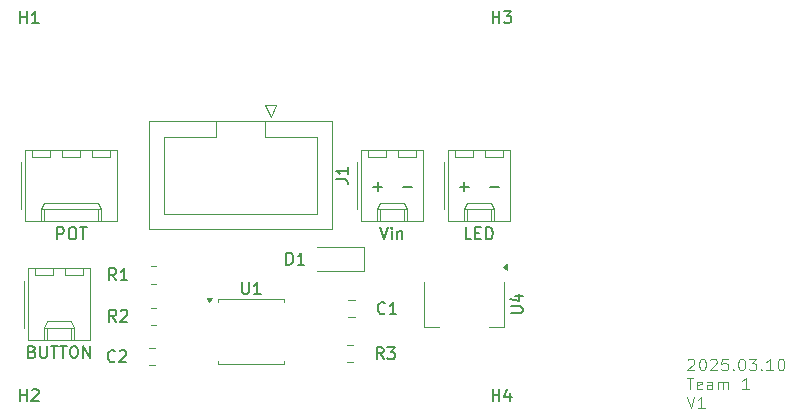
<source format=gbr>
%TF.GenerationSoftware,KiCad,Pcbnew,9.0.0*%
%TF.CreationDate,2025-03-10T19:20:38+08:00*%
%TF.ProjectId,xk9_miniencabulator,786b395f-6d69-46e6-9965-6e636162756c,rev?*%
%TF.SameCoordinates,Original*%
%TF.FileFunction,Legend,Top*%
%TF.FilePolarity,Positive*%
%FSLAX46Y46*%
G04 Gerber Fmt 4.6, Leading zero omitted, Abs format (unit mm)*
G04 Created by KiCad (PCBNEW 9.0.0) date 2025-03-10 19:20:38*
%MOMM*%
%LPD*%
G01*
G04 APERTURE LIST*
%ADD10C,0.100000*%
%ADD11C,0.150000*%
%ADD12C,0.120000*%
G04 APERTURE END LIST*
D10*
X134256265Y-63247769D02*
X134303884Y-63200150D01*
X134303884Y-63200150D02*
X134399122Y-63152531D01*
X134399122Y-63152531D02*
X134637217Y-63152531D01*
X134637217Y-63152531D02*
X134732455Y-63200150D01*
X134732455Y-63200150D02*
X134780074Y-63247769D01*
X134780074Y-63247769D02*
X134827693Y-63343007D01*
X134827693Y-63343007D02*
X134827693Y-63438245D01*
X134827693Y-63438245D02*
X134780074Y-63581102D01*
X134780074Y-63581102D02*
X134208646Y-64152531D01*
X134208646Y-64152531D02*
X134827693Y-64152531D01*
X135446741Y-63152531D02*
X135541979Y-63152531D01*
X135541979Y-63152531D02*
X135637217Y-63200150D01*
X135637217Y-63200150D02*
X135684836Y-63247769D01*
X135684836Y-63247769D02*
X135732455Y-63343007D01*
X135732455Y-63343007D02*
X135780074Y-63533483D01*
X135780074Y-63533483D02*
X135780074Y-63771578D01*
X135780074Y-63771578D02*
X135732455Y-63962054D01*
X135732455Y-63962054D02*
X135684836Y-64057292D01*
X135684836Y-64057292D02*
X135637217Y-64104912D01*
X135637217Y-64104912D02*
X135541979Y-64152531D01*
X135541979Y-64152531D02*
X135446741Y-64152531D01*
X135446741Y-64152531D02*
X135351503Y-64104912D01*
X135351503Y-64104912D02*
X135303884Y-64057292D01*
X135303884Y-64057292D02*
X135256265Y-63962054D01*
X135256265Y-63962054D02*
X135208646Y-63771578D01*
X135208646Y-63771578D02*
X135208646Y-63533483D01*
X135208646Y-63533483D02*
X135256265Y-63343007D01*
X135256265Y-63343007D02*
X135303884Y-63247769D01*
X135303884Y-63247769D02*
X135351503Y-63200150D01*
X135351503Y-63200150D02*
X135446741Y-63152531D01*
X136161027Y-63247769D02*
X136208646Y-63200150D01*
X136208646Y-63200150D02*
X136303884Y-63152531D01*
X136303884Y-63152531D02*
X136541979Y-63152531D01*
X136541979Y-63152531D02*
X136637217Y-63200150D01*
X136637217Y-63200150D02*
X136684836Y-63247769D01*
X136684836Y-63247769D02*
X136732455Y-63343007D01*
X136732455Y-63343007D02*
X136732455Y-63438245D01*
X136732455Y-63438245D02*
X136684836Y-63581102D01*
X136684836Y-63581102D02*
X136113408Y-64152531D01*
X136113408Y-64152531D02*
X136732455Y-64152531D01*
X137637217Y-63152531D02*
X137161027Y-63152531D01*
X137161027Y-63152531D02*
X137113408Y-63628721D01*
X137113408Y-63628721D02*
X137161027Y-63581102D01*
X137161027Y-63581102D02*
X137256265Y-63533483D01*
X137256265Y-63533483D02*
X137494360Y-63533483D01*
X137494360Y-63533483D02*
X137589598Y-63581102D01*
X137589598Y-63581102D02*
X137637217Y-63628721D01*
X137637217Y-63628721D02*
X137684836Y-63723959D01*
X137684836Y-63723959D02*
X137684836Y-63962054D01*
X137684836Y-63962054D02*
X137637217Y-64057292D01*
X137637217Y-64057292D02*
X137589598Y-64104912D01*
X137589598Y-64104912D02*
X137494360Y-64152531D01*
X137494360Y-64152531D02*
X137256265Y-64152531D01*
X137256265Y-64152531D02*
X137161027Y-64104912D01*
X137161027Y-64104912D02*
X137113408Y-64057292D01*
X138113408Y-64057292D02*
X138161027Y-64104912D01*
X138161027Y-64104912D02*
X138113408Y-64152531D01*
X138113408Y-64152531D02*
X138065789Y-64104912D01*
X138065789Y-64104912D02*
X138113408Y-64057292D01*
X138113408Y-64057292D02*
X138113408Y-64152531D01*
X138780074Y-63152531D02*
X138875312Y-63152531D01*
X138875312Y-63152531D02*
X138970550Y-63200150D01*
X138970550Y-63200150D02*
X139018169Y-63247769D01*
X139018169Y-63247769D02*
X139065788Y-63343007D01*
X139065788Y-63343007D02*
X139113407Y-63533483D01*
X139113407Y-63533483D02*
X139113407Y-63771578D01*
X139113407Y-63771578D02*
X139065788Y-63962054D01*
X139065788Y-63962054D02*
X139018169Y-64057292D01*
X139018169Y-64057292D02*
X138970550Y-64104912D01*
X138970550Y-64104912D02*
X138875312Y-64152531D01*
X138875312Y-64152531D02*
X138780074Y-64152531D01*
X138780074Y-64152531D02*
X138684836Y-64104912D01*
X138684836Y-64104912D02*
X138637217Y-64057292D01*
X138637217Y-64057292D02*
X138589598Y-63962054D01*
X138589598Y-63962054D02*
X138541979Y-63771578D01*
X138541979Y-63771578D02*
X138541979Y-63533483D01*
X138541979Y-63533483D02*
X138589598Y-63343007D01*
X138589598Y-63343007D02*
X138637217Y-63247769D01*
X138637217Y-63247769D02*
X138684836Y-63200150D01*
X138684836Y-63200150D02*
X138780074Y-63152531D01*
X139446741Y-63152531D02*
X140065788Y-63152531D01*
X140065788Y-63152531D02*
X139732455Y-63533483D01*
X139732455Y-63533483D02*
X139875312Y-63533483D01*
X139875312Y-63533483D02*
X139970550Y-63581102D01*
X139970550Y-63581102D02*
X140018169Y-63628721D01*
X140018169Y-63628721D02*
X140065788Y-63723959D01*
X140065788Y-63723959D02*
X140065788Y-63962054D01*
X140065788Y-63962054D02*
X140018169Y-64057292D01*
X140018169Y-64057292D02*
X139970550Y-64104912D01*
X139970550Y-64104912D02*
X139875312Y-64152531D01*
X139875312Y-64152531D02*
X139589598Y-64152531D01*
X139589598Y-64152531D02*
X139494360Y-64104912D01*
X139494360Y-64104912D02*
X139446741Y-64057292D01*
X140494360Y-64057292D02*
X140541979Y-64104912D01*
X140541979Y-64104912D02*
X140494360Y-64152531D01*
X140494360Y-64152531D02*
X140446741Y-64104912D01*
X140446741Y-64104912D02*
X140494360Y-64057292D01*
X140494360Y-64057292D02*
X140494360Y-64152531D01*
X141494359Y-64152531D02*
X140922931Y-64152531D01*
X141208645Y-64152531D02*
X141208645Y-63152531D01*
X141208645Y-63152531D02*
X141113407Y-63295388D01*
X141113407Y-63295388D02*
X141018169Y-63390626D01*
X141018169Y-63390626D02*
X140922931Y-63438245D01*
X142113407Y-63152531D02*
X142208645Y-63152531D01*
X142208645Y-63152531D02*
X142303883Y-63200150D01*
X142303883Y-63200150D02*
X142351502Y-63247769D01*
X142351502Y-63247769D02*
X142399121Y-63343007D01*
X142399121Y-63343007D02*
X142446740Y-63533483D01*
X142446740Y-63533483D02*
X142446740Y-63771578D01*
X142446740Y-63771578D02*
X142399121Y-63962054D01*
X142399121Y-63962054D02*
X142351502Y-64057292D01*
X142351502Y-64057292D02*
X142303883Y-64104912D01*
X142303883Y-64104912D02*
X142208645Y-64152531D01*
X142208645Y-64152531D02*
X142113407Y-64152531D01*
X142113407Y-64152531D02*
X142018169Y-64104912D01*
X142018169Y-64104912D02*
X141970550Y-64057292D01*
X141970550Y-64057292D02*
X141922931Y-63962054D01*
X141922931Y-63962054D02*
X141875312Y-63771578D01*
X141875312Y-63771578D02*
X141875312Y-63533483D01*
X141875312Y-63533483D02*
X141922931Y-63343007D01*
X141922931Y-63343007D02*
X141970550Y-63247769D01*
X141970550Y-63247769D02*
X142018169Y-63200150D01*
X142018169Y-63200150D02*
X142113407Y-63152531D01*
X134161027Y-64762475D02*
X134732455Y-64762475D01*
X134446741Y-65762475D02*
X134446741Y-64762475D01*
X135446741Y-65714856D02*
X135351503Y-65762475D01*
X135351503Y-65762475D02*
X135161027Y-65762475D01*
X135161027Y-65762475D02*
X135065789Y-65714856D01*
X135065789Y-65714856D02*
X135018170Y-65619617D01*
X135018170Y-65619617D02*
X135018170Y-65238665D01*
X135018170Y-65238665D02*
X135065789Y-65143427D01*
X135065789Y-65143427D02*
X135161027Y-65095808D01*
X135161027Y-65095808D02*
X135351503Y-65095808D01*
X135351503Y-65095808D02*
X135446741Y-65143427D01*
X135446741Y-65143427D02*
X135494360Y-65238665D01*
X135494360Y-65238665D02*
X135494360Y-65333903D01*
X135494360Y-65333903D02*
X135018170Y-65429141D01*
X136351503Y-65762475D02*
X136351503Y-65238665D01*
X136351503Y-65238665D02*
X136303884Y-65143427D01*
X136303884Y-65143427D02*
X136208646Y-65095808D01*
X136208646Y-65095808D02*
X136018170Y-65095808D01*
X136018170Y-65095808D02*
X135922932Y-65143427D01*
X136351503Y-65714856D02*
X136256265Y-65762475D01*
X136256265Y-65762475D02*
X136018170Y-65762475D01*
X136018170Y-65762475D02*
X135922932Y-65714856D01*
X135922932Y-65714856D02*
X135875313Y-65619617D01*
X135875313Y-65619617D02*
X135875313Y-65524379D01*
X135875313Y-65524379D02*
X135922932Y-65429141D01*
X135922932Y-65429141D02*
X136018170Y-65381522D01*
X136018170Y-65381522D02*
X136256265Y-65381522D01*
X136256265Y-65381522D02*
X136351503Y-65333903D01*
X136827694Y-65762475D02*
X136827694Y-65095808D01*
X136827694Y-65191046D02*
X136875313Y-65143427D01*
X136875313Y-65143427D02*
X136970551Y-65095808D01*
X136970551Y-65095808D02*
X137113408Y-65095808D01*
X137113408Y-65095808D02*
X137208646Y-65143427D01*
X137208646Y-65143427D02*
X137256265Y-65238665D01*
X137256265Y-65238665D02*
X137256265Y-65762475D01*
X137256265Y-65238665D02*
X137303884Y-65143427D01*
X137303884Y-65143427D02*
X137399122Y-65095808D01*
X137399122Y-65095808D02*
X137541979Y-65095808D01*
X137541979Y-65095808D02*
X137637218Y-65143427D01*
X137637218Y-65143427D02*
X137684837Y-65238665D01*
X137684837Y-65238665D02*
X137684837Y-65762475D01*
X139446741Y-65762475D02*
X138875313Y-65762475D01*
X139161027Y-65762475D02*
X139161027Y-64762475D01*
X139161027Y-64762475D02*
X139065789Y-64905332D01*
X139065789Y-64905332D02*
X138970551Y-65000570D01*
X138970551Y-65000570D02*
X138875313Y-65048189D01*
X134161027Y-66372419D02*
X134494360Y-67372419D01*
X134494360Y-67372419D02*
X134827693Y-66372419D01*
X135684836Y-67372419D02*
X135113408Y-67372419D01*
X135399122Y-67372419D02*
X135399122Y-66372419D01*
X135399122Y-66372419D02*
X135303884Y-66515276D01*
X135303884Y-66515276D02*
X135208646Y-66610514D01*
X135208646Y-66610514D02*
X135113408Y-66658133D01*
D11*
X104487819Y-47958333D02*
X105202104Y-47958333D01*
X105202104Y-47958333D02*
X105344961Y-48005952D01*
X105344961Y-48005952D02*
X105440200Y-48101190D01*
X105440200Y-48101190D02*
X105487819Y-48244047D01*
X105487819Y-48244047D02*
X105487819Y-48339285D01*
X105487819Y-46958333D02*
X105487819Y-47529761D01*
X105487819Y-47244047D02*
X104487819Y-47244047D01*
X104487819Y-47244047D02*
X104630676Y-47339285D01*
X104630676Y-47339285D02*
X104725914Y-47434523D01*
X104725914Y-47434523D02*
X104773533Y-47529761D01*
X119270819Y-59308904D02*
X120080342Y-59308904D01*
X120080342Y-59308904D02*
X120175580Y-59261285D01*
X120175580Y-59261285D02*
X120223200Y-59213666D01*
X120223200Y-59213666D02*
X120270819Y-59118428D01*
X120270819Y-59118428D02*
X120270819Y-58927952D01*
X120270819Y-58927952D02*
X120223200Y-58832714D01*
X120223200Y-58832714D02*
X120175580Y-58785095D01*
X120175580Y-58785095D02*
X120080342Y-58737476D01*
X120080342Y-58737476D02*
X119270819Y-58737476D01*
X119604152Y-57832714D02*
X120270819Y-57832714D01*
X119223200Y-58070809D02*
X119937485Y-58308904D01*
X119937485Y-58308904D02*
X119937485Y-57689857D01*
X78764095Y-62558009D02*
X78906952Y-62605628D01*
X78906952Y-62605628D02*
X78954571Y-62653247D01*
X78954571Y-62653247D02*
X79002190Y-62748485D01*
X79002190Y-62748485D02*
X79002190Y-62891342D01*
X79002190Y-62891342D02*
X78954571Y-62986580D01*
X78954571Y-62986580D02*
X78906952Y-63034200D01*
X78906952Y-63034200D02*
X78811714Y-63081819D01*
X78811714Y-63081819D02*
X78430762Y-63081819D01*
X78430762Y-63081819D02*
X78430762Y-62081819D01*
X78430762Y-62081819D02*
X78764095Y-62081819D01*
X78764095Y-62081819D02*
X78859333Y-62129438D01*
X78859333Y-62129438D02*
X78906952Y-62177057D01*
X78906952Y-62177057D02*
X78954571Y-62272295D01*
X78954571Y-62272295D02*
X78954571Y-62367533D01*
X78954571Y-62367533D02*
X78906952Y-62462771D01*
X78906952Y-62462771D02*
X78859333Y-62510390D01*
X78859333Y-62510390D02*
X78764095Y-62558009D01*
X78764095Y-62558009D02*
X78430762Y-62558009D01*
X79430762Y-62081819D02*
X79430762Y-62891342D01*
X79430762Y-62891342D02*
X79478381Y-62986580D01*
X79478381Y-62986580D02*
X79526000Y-63034200D01*
X79526000Y-63034200D02*
X79621238Y-63081819D01*
X79621238Y-63081819D02*
X79811714Y-63081819D01*
X79811714Y-63081819D02*
X79906952Y-63034200D01*
X79906952Y-63034200D02*
X79954571Y-62986580D01*
X79954571Y-62986580D02*
X80002190Y-62891342D01*
X80002190Y-62891342D02*
X80002190Y-62081819D01*
X80335524Y-62081819D02*
X80906952Y-62081819D01*
X80621238Y-63081819D02*
X80621238Y-62081819D01*
X81097429Y-62081819D02*
X81668857Y-62081819D01*
X81383143Y-63081819D02*
X81383143Y-62081819D01*
X82192667Y-62081819D02*
X82383143Y-62081819D01*
X82383143Y-62081819D02*
X82478381Y-62129438D01*
X82478381Y-62129438D02*
X82573619Y-62224676D01*
X82573619Y-62224676D02*
X82621238Y-62415152D01*
X82621238Y-62415152D02*
X82621238Y-62748485D01*
X82621238Y-62748485D02*
X82573619Y-62938961D01*
X82573619Y-62938961D02*
X82478381Y-63034200D01*
X82478381Y-63034200D02*
X82383143Y-63081819D01*
X82383143Y-63081819D02*
X82192667Y-63081819D01*
X82192667Y-63081819D02*
X82097429Y-63034200D01*
X82097429Y-63034200D02*
X82002191Y-62938961D01*
X82002191Y-62938961D02*
X81954572Y-62748485D01*
X81954572Y-62748485D02*
X81954572Y-62415152D01*
X81954572Y-62415152D02*
X82002191Y-62224676D01*
X82002191Y-62224676D02*
X82097429Y-62129438D01*
X82097429Y-62129438D02*
X82192667Y-62081819D01*
X83049810Y-63081819D02*
X83049810Y-62081819D01*
X83049810Y-62081819D02*
X83621238Y-63081819D01*
X83621238Y-63081819D02*
X83621238Y-62081819D01*
X80875333Y-53048819D02*
X80875333Y-52048819D01*
X80875333Y-52048819D02*
X81256285Y-52048819D01*
X81256285Y-52048819D02*
X81351523Y-52096438D01*
X81351523Y-52096438D02*
X81399142Y-52144057D01*
X81399142Y-52144057D02*
X81446761Y-52239295D01*
X81446761Y-52239295D02*
X81446761Y-52382152D01*
X81446761Y-52382152D02*
X81399142Y-52477390D01*
X81399142Y-52477390D02*
X81351523Y-52525009D01*
X81351523Y-52525009D02*
X81256285Y-52572628D01*
X81256285Y-52572628D02*
X80875333Y-52572628D01*
X82065809Y-52048819D02*
X82256285Y-52048819D01*
X82256285Y-52048819D02*
X82351523Y-52096438D01*
X82351523Y-52096438D02*
X82446761Y-52191676D01*
X82446761Y-52191676D02*
X82494380Y-52382152D01*
X82494380Y-52382152D02*
X82494380Y-52715485D01*
X82494380Y-52715485D02*
X82446761Y-52905961D01*
X82446761Y-52905961D02*
X82351523Y-53001200D01*
X82351523Y-53001200D02*
X82256285Y-53048819D01*
X82256285Y-53048819D02*
X82065809Y-53048819D01*
X82065809Y-53048819D02*
X81970571Y-53001200D01*
X81970571Y-53001200D02*
X81875333Y-52905961D01*
X81875333Y-52905961D02*
X81827714Y-52715485D01*
X81827714Y-52715485D02*
X81827714Y-52382152D01*
X81827714Y-52382152D02*
X81875333Y-52191676D01*
X81875333Y-52191676D02*
X81970571Y-52096438D01*
X81970571Y-52096438D02*
X82065809Y-52048819D01*
X82780095Y-52048819D02*
X83351523Y-52048819D01*
X83065809Y-53048819D02*
X83065809Y-52048819D01*
X115943142Y-53048819D02*
X115466952Y-53048819D01*
X115466952Y-53048819D02*
X115466952Y-52048819D01*
X116276476Y-52525009D02*
X116609809Y-52525009D01*
X116752666Y-53048819D02*
X116276476Y-53048819D01*
X116276476Y-53048819D02*
X116276476Y-52048819D01*
X116276476Y-52048819D02*
X116752666Y-52048819D01*
X117181238Y-53048819D02*
X117181238Y-52048819D01*
X117181238Y-52048819D02*
X117419333Y-52048819D01*
X117419333Y-52048819D02*
X117562190Y-52096438D01*
X117562190Y-52096438D02*
X117657428Y-52191676D01*
X117657428Y-52191676D02*
X117705047Y-52286914D01*
X117705047Y-52286914D02*
X117752666Y-52477390D01*
X117752666Y-52477390D02*
X117752666Y-52620247D01*
X117752666Y-52620247D02*
X117705047Y-52810723D01*
X117705047Y-52810723D02*
X117657428Y-52905961D01*
X117657428Y-52905961D02*
X117562190Y-53001200D01*
X117562190Y-53001200D02*
X117419333Y-53048819D01*
X117419333Y-53048819D02*
X117181238Y-53048819D01*
X114935048Y-48587866D02*
X115696953Y-48587866D01*
X115316000Y-48968819D02*
X115316000Y-48206914D01*
X117475048Y-48587866D02*
X118236953Y-48587866D01*
X117729095Y-34735819D02*
X117729095Y-33735819D01*
X117729095Y-34212009D02*
X118300523Y-34212009D01*
X118300523Y-34735819D02*
X118300523Y-33735819D01*
X118681476Y-33735819D02*
X119300523Y-33735819D01*
X119300523Y-33735819D02*
X118967190Y-34116771D01*
X118967190Y-34116771D02*
X119110047Y-34116771D01*
X119110047Y-34116771D02*
X119205285Y-34164390D01*
X119205285Y-34164390D02*
X119252904Y-34212009D01*
X119252904Y-34212009D02*
X119300523Y-34307247D01*
X119300523Y-34307247D02*
X119300523Y-34545342D01*
X119300523Y-34545342D02*
X119252904Y-34640580D01*
X119252904Y-34640580D02*
X119205285Y-34688200D01*
X119205285Y-34688200D02*
X119110047Y-34735819D01*
X119110047Y-34735819D02*
X118824333Y-34735819D01*
X118824333Y-34735819D02*
X118729095Y-34688200D01*
X118729095Y-34688200D02*
X118681476Y-34640580D01*
X85764833Y-63351580D02*
X85717214Y-63399200D01*
X85717214Y-63399200D02*
X85574357Y-63446819D01*
X85574357Y-63446819D02*
X85479119Y-63446819D01*
X85479119Y-63446819D02*
X85336262Y-63399200D01*
X85336262Y-63399200D02*
X85241024Y-63303961D01*
X85241024Y-63303961D02*
X85193405Y-63208723D01*
X85193405Y-63208723D02*
X85145786Y-63018247D01*
X85145786Y-63018247D02*
X85145786Y-62875390D01*
X85145786Y-62875390D02*
X85193405Y-62684914D01*
X85193405Y-62684914D02*
X85241024Y-62589676D01*
X85241024Y-62589676D02*
X85336262Y-62494438D01*
X85336262Y-62494438D02*
X85479119Y-62446819D01*
X85479119Y-62446819D02*
X85574357Y-62446819D01*
X85574357Y-62446819D02*
X85717214Y-62494438D01*
X85717214Y-62494438D02*
X85764833Y-62542057D01*
X86145786Y-62542057D02*
X86193405Y-62494438D01*
X86193405Y-62494438D02*
X86288643Y-62446819D01*
X86288643Y-62446819D02*
X86526738Y-62446819D01*
X86526738Y-62446819D02*
X86621976Y-62494438D01*
X86621976Y-62494438D02*
X86669595Y-62542057D01*
X86669595Y-62542057D02*
X86717214Y-62637295D01*
X86717214Y-62637295D02*
X86717214Y-62732533D01*
X86717214Y-62732533D02*
X86669595Y-62875390D01*
X86669595Y-62875390D02*
X86098167Y-63446819D01*
X86098167Y-63446819D02*
X86717214Y-63446819D01*
X117729095Y-66739819D02*
X117729095Y-65739819D01*
X117729095Y-66216009D02*
X118300523Y-66216009D01*
X118300523Y-66739819D02*
X118300523Y-65739819D01*
X119205285Y-66073152D02*
X119205285Y-66739819D01*
X118967190Y-65692200D02*
X118729095Y-66406485D01*
X118729095Y-66406485D02*
X119348142Y-66406485D01*
X108196191Y-52048819D02*
X108529524Y-53048819D01*
X108529524Y-53048819D02*
X108862857Y-52048819D01*
X109196191Y-53048819D02*
X109196191Y-52382152D01*
X109196191Y-52048819D02*
X109148572Y-52096438D01*
X109148572Y-52096438D02*
X109196191Y-52144057D01*
X109196191Y-52144057D02*
X109243810Y-52096438D01*
X109243810Y-52096438D02*
X109196191Y-52048819D01*
X109196191Y-52048819D02*
X109196191Y-52144057D01*
X109672381Y-52382152D02*
X109672381Y-53048819D01*
X109672381Y-52477390D02*
X109720000Y-52429771D01*
X109720000Y-52429771D02*
X109815238Y-52382152D01*
X109815238Y-52382152D02*
X109958095Y-52382152D01*
X109958095Y-52382152D02*
X110053333Y-52429771D01*
X110053333Y-52429771D02*
X110100952Y-52525009D01*
X110100952Y-52525009D02*
X110100952Y-53048819D01*
X107609048Y-48587866D02*
X108370953Y-48587866D01*
X107990000Y-48968819D02*
X107990000Y-48206914D01*
X110109048Y-48587866D02*
X110870953Y-48587866D01*
X108624333Y-59287580D02*
X108576714Y-59335200D01*
X108576714Y-59335200D02*
X108433857Y-59382819D01*
X108433857Y-59382819D02*
X108338619Y-59382819D01*
X108338619Y-59382819D02*
X108195762Y-59335200D01*
X108195762Y-59335200D02*
X108100524Y-59239961D01*
X108100524Y-59239961D02*
X108052905Y-59144723D01*
X108052905Y-59144723D02*
X108005286Y-58954247D01*
X108005286Y-58954247D02*
X108005286Y-58811390D01*
X108005286Y-58811390D02*
X108052905Y-58620914D01*
X108052905Y-58620914D02*
X108100524Y-58525676D01*
X108100524Y-58525676D02*
X108195762Y-58430438D01*
X108195762Y-58430438D02*
X108338619Y-58382819D01*
X108338619Y-58382819D02*
X108433857Y-58382819D01*
X108433857Y-58382819D02*
X108576714Y-58430438D01*
X108576714Y-58430438D02*
X108624333Y-58478057D01*
X109576714Y-59382819D02*
X109005286Y-59382819D01*
X109291000Y-59382819D02*
X109291000Y-58382819D01*
X109291000Y-58382819D02*
X109195762Y-58525676D01*
X109195762Y-58525676D02*
X109100524Y-58620914D01*
X109100524Y-58620914D02*
X109005286Y-58668533D01*
X85860333Y-60017819D02*
X85527000Y-59541628D01*
X85288905Y-60017819D02*
X85288905Y-59017819D01*
X85288905Y-59017819D02*
X85669857Y-59017819D01*
X85669857Y-59017819D02*
X85765095Y-59065438D01*
X85765095Y-59065438D02*
X85812714Y-59113057D01*
X85812714Y-59113057D02*
X85860333Y-59208295D01*
X85860333Y-59208295D02*
X85860333Y-59351152D01*
X85860333Y-59351152D02*
X85812714Y-59446390D01*
X85812714Y-59446390D02*
X85765095Y-59494009D01*
X85765095Y-59494009D02*
X85669857Y-59541628D01*
X85669857Y-59541628D02*
X85288905Y-59541628D01*
X86241286Y-59113057D02*
X86288905Y-59065438D01*
X86288905Y-59065438D02*
X86384143Y-59017819D01*
X86384143Y-59017819D02*
X86622238Y-59017819D01*
X86622238Y-59017819D02*
X86717476Y-59065438D01*
X86717476Y-59065438D02*
X86765095Y-59113057D01*
X86765095Y-59113057D02*
X86812714Y-59208295D01*
X86812714Y-59208295D02*
X86812714Y-59303533D01*
X86812714Y-59303533D02*
X86765095Y-59446390D01*
X86765095Y-59446390D02*
X86193667Y-60017819D01*
X86193667Y-60017819D02*
X86812714Y-60017819D01*
X85860333Y-56517819D02*
X85527000Y-56041628D01*
X85288905Y-56517819D02*
X85288905Y-55517819D01*
X85288905Y-55517819D02*
X85669857Y-55517819D01*
X85669857Y-55517819D02*
X85765095Y-55565438D01*
X85765095Y-55565438D02*
X85812714Y-55613057D01*
X85812714Y-55613057D02*
X85860333Y-55708295D01*
X85860333Y-55708295D02*
X85860333Y-55851152D01*
X85860333Y-55851152D02*
X85812714Y-55946390D01*
X85812714Y-55946390D02*
X85765095Y-55994009D01*
X85765095Y-55994009D02*
X85669857Y-56041628D01*
X85669857Y-56041628D02*
X85288905Y-56041628D01*
X86812714Y-56517819D02*
X86241286Y-56517819D01*
X86527000Y-56517819D02*
X86527000Y-55517819D01*
X86527000Y-55517819D02*
X86431762Y-55660676D01*
X86431762Y-55660676D02*
X86336524Y-55755914D01*
X86336524Y-55755914D02*
X86241286Y-55803533D01*
X108499833Y-63192819D02*
X108166500Y-62716628D01*
X107928405Y-63192819D02*
X107928405Y-62192819D01*
X107928405Y-62192819D02*
X108309357Y-62192819D01*
X108309357Y-62192819D02*
X108404595Y-62240438D01*
X108404595Y-62240438D02*
X108452214Y-62288057D01*
X108452214Y-62288057D02*
X108499833Y-62383295D01*
X108499833Y-62383295D02*
X108499833Y-62526152D01*
X108499833Y-62526152D02*
X108452214Y-62621390D01*
X108452214Y-62621390D02*
X108404595Y-62669009D01*
X108404595Y-62669009D02*
X108309357Y-62716628D01*
X108309357Y-62716628D02*
X107928405Y-62716628D01*
X108833167Y-62192819D02*
X109452214Y-62192819D01*
X109452214Y-62192819D02*
X109118881Y-62573771D01*
X109118881Y-62573771D02*
X109261738Y-62573771D01*
X109261738Y-62573771D02*
X109356976Y-62621390D01*
X109356976Y-62621390D02*
X109404595Y-62669009D01*
X109404595Y-62669009D02*
X109452214Y-62764247D01*
X109452214Y-62764247D02*
X109452214Y-63002342D01*
X109452214Y-63002342D02*
X109404595Y-63097580D01*
X109404595Y-63097580D02*
X109356976Y-63145200D01*
X109356976Y-63145200D02*
X109261738Y-63192819D01*
X109261738Y-63192819D02*
X108976024Y-63192819D01*
X108976024Y-63192819D02*
X108880786Y-63145200D01*
X108880786Y-63145200D02*
X108833167Y-63097580D01*
X77724095Y-66739819D02*
X77724095Y-65739819D01*
X77724095Y-66216009D02*
X78295523Y-66216009D01*
X78295523Y-66739819D02*
X78295523Y-65739819D01*
X78724095Y-65835057D02*
X78771714Y-65787438D01*
X78771714Y-65787438D02*
X78866952Y-65739819D01*
X78866952Y-65739819D02*
X79105047Y-65739819D01*
X79105047Y-65739819D02*
X79200285Y-65787438D01*
X79200285Y-65787438D02*
X79247904Y-65835057D01*
X79247904Y-65835057D02*
X79295523Y-65930295D01*
X79295523Y-65930295D02*
X79295523Y-66025533D01*
X79295523Y-66025533D02*
X79247904Y-66168390D01*
X79247904Y-66168390D02*
X78676476Y-66739819D01*
X78676476Y-66739819D02*
X79295523Y-66739819D01*
X96520095Y-56687819D02*
X96520095Y-57497342D01*
X96520095Y-57497342D02*
X96567714Y-57592580D01*
X96567714Y-57592580D02*
X96615333Y-57640200D01*
X96615333Y-57640200D02*
X96710571Y-57687819D01*
X96710571Y-57687819D02*
X96901047Y-57687819D01*
X96901047Y-57687819D02*
X96996285Y-57640200D01*
X96996285Y-57640200D02*
X97043904Y-57592580D01*
X97043904Y-57592580D02*
X97091523Y-57497342D01*
X97091523Y-57497342D02*
X97091523Y-56687819D01*
X98091523Y-57687819D02*
X97520095Y-57687819D01*
X97805809Y-57687819D02*
X97805809Y-56687819D01*
X97805809Y-56687819D02*
X97710571Y-56830676D01*
X97710571Y-56830676D02*
X97615333Y-56925914D01*
X97615333Y-56925914D02*
X97520095Y-56973533D01*
X100282905Y-55191819D02*
X100282905Y-54191819D01*
X100282905Y-54191819D02*
X100521000Y-54191819D01*
X100521000Y-54191819D02*
X100663857Y-54239438D01*
X100663857Y-54239438D02*
X100759095Y-54334676D01*
X100759095Y-54334676D02*
X100806714Y-54429914D01*
X100806714Y-54429914D02*
X100854333Y-54620390D01*
X100854333Y-54620390D02*
X100854333Y-54763247D01*
X100854333Y-54763247D02*
X100806714Y-54953723D01*
X100806714Y-54953723D02*
X100759095Y-55048961D01*
X100759095Y-55048961D02*
X100663857Y-55144200D01*
X100663857Y-55144200D02*
X100521000Y-55191819D01*
X100521000Y-55191819D02*
X100282905Y-55191819D01*
X101806714Y-55191819D02*
X101235286Y-55191819D01*
X101521000Y-55191819D02*
X101521000Y-54191819D01*
X101521000Y-54191819D02*
X101425762Y-54334676D01*
X101425762Y-54334676D02*
X101330524Y-54429914D01*
X101330524Y-54429914D02*
X101235286Y-54477533D01*
X77724095Y-34735819D02*
X77724095Y-33735819D01*
X77724095Y-34212009D02*
X78295523Y-34212009D01*
X78295523Y-34735819D02*
X78295523Y-33735819D01*
X79295523Y-34735819D02*
X78724095Y-34735819D01*
X79009809Y-34735819D02*
X79009809Y-33735819D01*
X79009809Y-33735819D02*
X78914571Y-33878676D01*
X78914571Y-33878676D02*
X78819333Y-33973914D01*
X78819333Y-33973914D02*
X78724095Y-34021533D01*
D12*
%TO.C,J1*%
X88643000Y-43065000D02*
X104143000Y-43065000D01*
X88643000Y-52185000D02*
X88643000Y-43065000D01*
X89943000Y-44375000D02*
X94343000Y-44375000D01*
X89943000Y-50875000D02*
X89943000Y-44375000D01*
X94343000Y-44375000D02*
X94343000Y-43065000D01*
X94343000Y-44375000D02*
X94343000Y-44375000D01*
X98433000Y-41675000D02*
X98933000Y-42675000D01*
X98443000Y-43065000D02*
X98443000Y-44375000D01*
X98443000Y-44375000D02*
X102843000Y-44375000D01*
X98933000Y-42675000D02*
X99433000Y-41675000D01*
X99433000Y-41675000D02*
X98433000Y-41675000D01*
X102843000Y-44375000D02*
X102843000Y-50875000D01*
X102843000Y-50875000D02*
X89943000Y-50875000D01*
X104143000Y-43065000D02*
X104143000Y-52185000D01*
X104143000Y-52185000D02*
X88643000Y-52185000D01*
%TO.C,U4*%
X111906000Y-56697000D02*
X111906000Y-60457000D01*
X111906000Y-60457000D02*
X113166000Y-60457000D01*
X118726000Y-56697000D02*
X118726000Y-60457000D01*
X118726000Y-60457000D02*
X117466000Y-60457000D01*
X118956000Y-55657000D02*
X118626000Y-55417000D01*
X118956000Y-55177000D01*
X118956000Y-55657000D01*
G36*
X118956000Y-55657000D02*
G01*
X118626000Y-55417000D01*
X118956000Y-55177000D01*
X118956000Y-55657000D01*
G37*
%TO.C,J3*%
X78086000Y-56547000D02*
X78086000Y-60547000D01*
X78376000Y-55517000D02*
X78376000Y-61537000D01*
X78376000Y-61537000D02*
X83676000Y-61537000D01*
X78956000Y-55517000D02*
X78956000Y-56117000D01*
X78956000Y-56117000D02*
X80556000Y-56117000D01*
X79756000Y-60537000D02*
X80006000Y-60007000D01*
X79756000Y-60537000D02*
X82296000Y-60537000D01*
X79756000Y-61537000D02*
X79756000Y-60537000D01*
X80006000Y-60007000D02*
X82046000Y-60007000D01*
X80006000Y-61537000D02*
X80006000Y-60537000D01*
X80556000Y-56117000D02*
X80556000Y-55517000D01*
X81496000Y-55517000D02*
X81496000Y-56117000D01*
X81496000Y-56117000D02*
X83096000Y-56117000D01*
X82046000Y-60007000D02*
X82296000Y-60537000D01*
X82046000Y-61537000D02*
X82046000Y-60537000D01*
X82296000Y-60537000D02*
X82296000Y-61537000D01*
X83096000Y-56117000D02*
X83096000Y-55517000D01*
X83676000Y-55517000D02*
X78376000Y-55517000D01*
X83676000Y-61537000D02*
X83676000Y-55517000D01*
%TO.C,J5*%
X77832000Y-46514000D02*
X77832000Y-50514000D01*
X78122000Y-45484000D02*
X78122000Y-51504000D01*
X78122000Y-51504000D02*
X85962000Y-51504000D01*
X78702000Y-45484000D02*
X78702000Y-46084000D01*
X78702000Y-46084000D02*
X80302000Y-46084000D01*
X79502000Y-50504000D02*
X79752000Y-49974000D01*
X79502000Y-50504000D02*
X84582000Y-50504000D01*
X79502000Y-51504000D02*
X79502000Y-50504000D01*
X79752000Y-49974000D02*
X84332000Y-49974000D01*
X79752000Y-51504000D02*
X79752000Y-50504000D01*
X80302000Y-46084000D02*
X80302000Y-45484000D01*
X81242000Y-45484000D02*
X81242000Y-46084000D01*
X81242000Y-46084000D02*
X82842000Y-46084000D01*
X82842000Y-46084000D02*
X82842000Y-45484000D01*
X83782000Y-45484000D02*
X83782000Y-46084000D01*
X83782000Y-46084000D02*
X85382000Y-46084000D01*
X84332000Y-49974000D02*
X84582000Y-50504000D01*
X84332000Y-51504000D02*
X84332000Y-50504000D01*
X84582000Y-50504000D02*
X84582000Y-51504000D01*
X85382000Y-46084000D02*
X85382000Y-45484000D01*
X85962000Y-45484000D02*
X78122000Y-45484000D01*
X85962000Y-51504000D02*
X85962000Y-45484000D01*
%TO.C,J4*%
X113646000Y-46514000D02*
X113646000Y-50514000D01*
X113936000Y-45484000D02*
X113936000Y-51504000D01*
X113936000Y-51504000D02*
X119236000Y-51504000D01*
X114516000Y-45484000D02*
X114516000Y-46084000D01*
X114516000Y-46084000D02*
X116116000Y-46084000D01*
X115316000Y-50504000D02*
X115566000Y-49974000D01*
X115316000Y-50504000D02*
X117856000Y-50504000D01*
X115316000Y-51504000D02*
X115316000Y-50504000D01*
X115566000Y-49974000D02*
X117606000Y-49974000D01*
X115566000Y-51504000D02*
X115566000Y-50504000D01*
X116116000Y-46084000D02*
X116116000Y-45484000D01*
X117056000Y-45484000D02*
X117056000Y-46084000D01*
X117056000Y-46084000D02*
X118656000Y-46084000D01*
X117606000Y-49974000D02*
X117856000Y-50504000D01*
X117606000Y-51504000D02*
X117606000Y-50504000D01*
X117856000Y-50504000D02*
X117856000Y-51504000D01*
X118656000Y-46084000D02*
X118656000Y-45484000D01*
X119236000Y-45484000D02*
X113936000Y-45484000D01*
X119236000Y-51504000D02*
X119236000Y-45484000D01*
%TO.C,C2*%
X88670248Y-62257000D02*
X89192752Y-62257000D01*
X88670248Y-63727000D02*
X89192752Y-63727000D01*
%TO.C,J2*%
X106280000Y-46514000D02*
X106280000Y-50514000D01*
X106570000Y-45484000D02*
X106570000Y-51504000D01*
X106570000Y-51504000D02*
X111870000Y-51504000D01*
X107150000Y-45484000D02*
X107150000Y-46084000D01*
X107150000Y-46084000D02*
X108750000Y-46084000D01*
X107950000Y-50504000D02*
X108200000Y-49974000D01*
X107950000Y-50504000D02*
X110490000Y-50504000D01*
X107950000Y-51504000D02*
X107950000Y-50504000D01*
X108200000Y-49974000D02*
X110240000Y-49974000D01*
X108200000Y-51504000D02*
X108200000Y-50504000D01*
X108750000Y-46084000D02*
X108750000Y-45484000D01*
X109690000Y-45484000D02*
X109690000Y-46084000D01*
X109690000Y-46084000D02*
X111290000Y-46084000D01*
X110240000Y-49974000D02*
X110490000Y-50504000D01*
X110240000Y-51504000D02*
X110240000Y-50504000D01*
X110490000Y-50504000D02*
X110490000Y-51504000D01*
X111290000Y-46084000D02*
X111290000Y-45484000D01*
X111870000Y-45484000D02*
X106570000Y-45484000D01*
X111870000Y-51504000D02*
X111870000Y-45484000D01*
%TO.C,C1*%
X105529748Y-58193000D02*
X106052252Y-58193000D01*
X105529748Y-59663000D02*
X106052252Y-59663000D01*
%TO.C,R2*%
X88799936Y-58828000D02*
X89254064Y-58828000D01*
X88799936Y-60298000D02*
X89254064Y-60298000D01*
%TO.C,R1*%
X88799936Y-55328000D02*
X89254064Y-55328000D01*
X88799936Y-56798000D02*
X89254064Y-56798000D01*
%TO.C,R3*%
X105439436Y-62003000D02*
X105893564Y-62003000D01*
X105439436Y-63473000D02*
X105893564Y-63473000D01*
%TO.C,U1*%
X94522000Y-58073000D02*
X94522000Y-58343000D01*
X94522000Y-63593000D02*
X94522000Y-63323000D01*
X97282000Y-58073000D02*
X94522000Y-58073000D01*
X97282000Y-58073000D02*
X100042000Y-58073000D01*
X97282000Y-63593000D02*
X94522000Y-63593000D01*
X97282000Y-63593000D02*
X100042000Y-63593000D01*
X100042000Y-58073000D02*
X100042000Y-58343000D01*
X100042000Y-63593000D02*
X100042000Y-63323000D01*
X93757000Y-58343000D02*
X93517000Y-58013000D01*
X93997000Y-58013000D01*
X93757000Y-58343000D01*
G36*
X93757000Y-58343000D02*
G01*
X93517000Y-58013000D01*
X93997000Y-58013000D01*
X93757000Y-58343000D01*
G37*
%TO.C,D1*%
X106881000Y-53737000D02*
X102871000Y-53737000D01*
X106881000Y-55737000D02*
X102871000Y-55737000D01*
X106881000Y-55737000D02*
X106881000Y-53737000D01*
%TD*%
M02*

</source>
